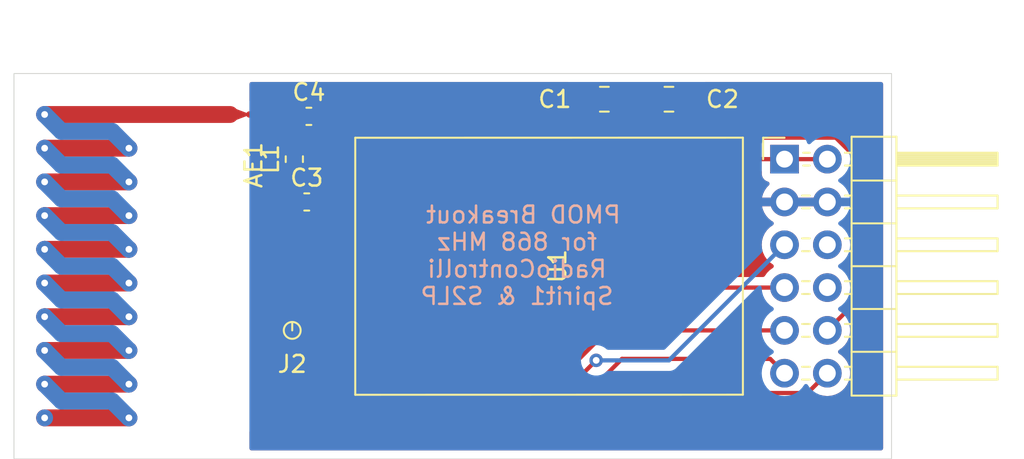
<source format=kicad_pcb>
(kicad_pcb (version 20211014) (generator pcbnew)
  (layers (0 "F.Cu" signal) (31 "B.Cu" signal) (34 "B.Paste" user) (35 "F.Paste" user) (36 "B.SilkS" user "B.Silkscreen") (37 "F.SilkS" user "F.Silkscreen") (38 "B.Mask" user) (39 "F.Mask" user) (44 "Edge.Cuts" user))
  (net 0 "")
  (net 1 "GND")
  (net 2 "nRESET")
  (net 3 "nCS")
  (net 4 "SCK")
  (net 5 "MOSI")
  (net 6 "MISO")
  (net 7 "VCC")
  (net 13 "IRQ")
  (net 14 "Net-(AE1-Pad1)")
  (net 15 "Net-(C3-Pad1)")
  (footprint "Connector_PinHeader_2.54mm:PinHeader_2x06_P2.54mm_Horizontal" (layer "F.Cu") (at 149.86 43.18)
    (fp_text reference "J1" hide)
    (fp_text value "Conn_02x06_Odd_Even")
    (fp_line (start 1.042929 7.24) (end 1.497071 7.24) (layer "F.SilkS") (width 0.12))
    (fp_line (start 12.64 -0.38) (end 12.64 0.38) (layer "F.SilkS") (width 0.12))
    (fp_line (start 6.64 0.04) (end 12.64 0.04) (layer "F.SilkS") (width 0.12))
    (fp_line (start 6.64 -0.32) (end 12.64 -0.32) (layer "F.SilkS") (width 0.12))
    (fp_line (start 3.98 -1.33) (end 3.98 14.03) (layer "F.SilkS") (width 0.12))
    (fp_line (start -1.27 -1.27) (end 0 -1.27) (layer "F.SilkS") (width 0.12))
    (fp_line (start 6.64 -0.08) (end 12.64 -0.08) (layer "F.SilkS") (width 0.12))
    (fp_line (start 1.042929 12.32) (end 1.497071 12.32) (layer "F.SilkS") (width 0.12))
    (fp_line (start 6.64 0.28) (end 12.64 0.28) (layer "F.SilkS") (width 0.12))
    (fp_line (start 3.582929 4.7) (end 3.98 4.7) (layer "F.SilkS") (width 0.12))
    (fp_line (start 12.64 2.92) (end 6.64 2.92) (layer "F.SilkS") (width 0.12))
    (fp_line (start 3.582929 0.38) (end 3.98 0.38) (layer "F.SilkS") (width 0.12))
    (fp_line (start 3.582929 2.16) (end 3.98 2.16) (layer "F.SilkS") (width 0.12))
    (fp_line (start 3.582929 8) (end 3.98 8) (layer "F.SilkS") (width 0.12))
    (fp_line (start 3.98 6.35) (end 6.64 6.35) (layer "F.SilkS") (width 0.12))
    (fp_line (start -1.27 0) (end -1.27 -1.27) (layer "F.SilkS") (width 0.12))
    (fp_line (start 3.582929 12.32) (end 3.98 12.32) (layer "F.SilkS") (width 0.12))
    (fp_line (start 3.98 11.43) (end 6.64 11.43) (layer "F.SilkS") (width 0.12))
    (fp_line (start 3.582929 5.46) (end 3.98 5.46) (layer "F.SilkS") (width 0.12))
    (fp_line (start 1.042929 2.16) (end 1.497071 2.16) (layer "F.SilkS") (width 0.12))
    (fp_line (start 3.582929 -0.38) (end 3.98 -0.38) (layer "F.SilkS") (width 0.12))
    (fp_line (start 6.64 -0.2) (end 12.64 -0.2) (layer "F.SilkS") (width 0.12))
    (fp_line (start 12.64 4.7) (end 12.64 5.46) (layer "F.SilkS") (width 0.12))
    (fp_line (start 12.64 5.46) (end 6.64 5.46) (layer "F.SilkS") (width 0.12))
    (fp_line (start 1.042929 9.78) (end 1.497071 9.78) (layer "F.SilkS") (width 0.12))
    (fp_line (start 6.64 -1.33) (end 3.98 -1.33) (layer "F.SilkS") (width 0.12))
    (fp_line (start 1.042929 5.46) (end 1.497071 5.46) (layer "F.SilkS") (width 0.12))
    (fp_line (start 3.582929 2.92) (end 3.98 2.92) (layer "F.SilkS") (width 0.12))
    (fp_line (start 3.98 8.89) (end 6.64 8.89) (layer "F.SilkS") (width 0.12))
    (fp_line (start 12.64 0.38) (end 6.64 0.38) (layer "F.SilkS") (width 0.12))
    (fp_line (start 6.64 7.24) (end 12.64 7.24) (layer "F.SilkS") (width 0.12))
    (fp_line (start 1.042929 13.08) (end 1.497071 13.08) (layer "F.SilkS") (width 0.12))
    (fp_line (start 6.64 4.7) (end 12.64 4.7) (layer "F.SilkS") (width 0.12))
    (fp_line (start 3.582929 7.24) (end 3.98 7.24) (layer "F.SilkS") (width 0.12))
    (fp_line (start 1.042929 2.92) (end 1.497071 2.92) (layer "F.SilkS") (width 0.12))
    (fp_line (start 3.98 14.03) (end 6.64 14.03) (layer "F.SilkS") (width 0.12))
    (fp_line (start 6.64 2.16) (end 12.64 2.16) (layer "F.SilkS") (width 0.12))
    (fp_line (start 3.582929 9.78) (end 3.98 9.78) (layer "F.SilkS") (width 0.12))
    (fp_line (start 1.042929 8) (end 1.497071 8) (layer "F.SilkS") (width 0.12))
    (fp_line (start 6.64 14.03) (end 6.64 -1.33) (layer "F.SilkS") (width 0.12))
    (fp_line (start 1.042929 10.54) (end 1.497071 10.54) (layer "F.SilkS") (width 0.12))
    (fp_line (start 1.11 0.38) (end 1.497071 0.38) (layer "F.SilkS") (width 0.12))
    (fp_line (start 6.64 0.16) (end 12.64 0.16) (layer "F.SilkS") (width 0.12))
    (fp_line (start 12.64 10.54) (end 6.64 10.54) (layer "F.SilkS") (width 0.12))
    (fp_line (start 12.64 9.78) (end 12.64 10.54) (layer "F.SilkS") (width 0.12))
    (fp_line (start 12.64 7.24) (end 12.64 8) (layer "F.SilkS") (width 0.12))
    (fp_line (start 3.582929 10.54) (end 3.98 10.54) (layer "F.SilkS") (width 0.12))
    (fp_line (start 3.582929 13.08) (end 3.98 13.08) (layer "F.SilkS") (width 0.12))
    (fp_line (start 6.64 12.32) (end 12.64 12.32) (layer "F.SilkS") (width 0.12))
    (fp_line (start 12.64 2.16) (end 12.64 2.92) (layer "F.SilkS") (width 0.12))
    (fp_line (start 3.98 1.27) (end 6.64 1.27) (layer "F.SilkS") (width 0.12))
    (fp_line (start 12.64 8) (end 6.64 8) (layer "F.SilkS") (width 0.12))
    (fp_line (start 6.64 -0.38) (end 12.64 -0.38) (layer "F.SilkS") (width 0.12))
    (fp_line (start 12.64 13.08) (end 6.64 13.08) (layer "F.SilkS") (width 0.12))
    (fp_line (start 1.042929 4.7) (end 1.497071 4.7) (layer "F.SilkS") (width 0.12))
    (fp_line (start 3.98 3.81) (end 6.64 3.81) (layer "F.SilkS") (width 0.12))
    (fp_line (start 12.64 12.32) (end 12.64 13.08) (layer "F.SilkS") (width 0.12))
    (fp_line (start 6.64 9.78) (end 12.64 9.78) (layer "F.SilkS") (width 0.12))
    (fp_line (start 1.11 -0.38) (end 1.497071 -0.38) (layer "F.SilkS") (width 0.12))
    (pad "1" thru_hole rect locked (at 0 0) (size 1.7 1.7) (drill 1) (layers *.Cu *.Mask) (net 7 "VCC"))
    (pad "2" thru_hole oval locked (at 2.54 0) (size 1.7 1.7) (drill 1) (layers *.Cu *.Mask) (net 7 "VCC"))
    (pad "3" thru_hole oval locked (at 0 2.54) (size 1.7 1.7) (drill 1) (layers *.Cu *.Mask) (net 1 "GND"))
    (pad "4" thru_hole oval locked (at 2.54 2.54) (size 1.7 1.7) (drill 1) (layers *.Cu *.Mask) (net 1 "GND"))
    (pad "5" thru_hole oval locked (at 0 5.08) (size 1.7 1.7) (drill 1) (layers *.Cu *.Mask) (net 4 "SCK"))
    (pad "6" thru_hole oval locked (at 2.54 5.08) (size 1.7 1.7) (drill 1) (layers *.Cu *.Mask))
    (pad "7" thru_hole oval locked (at 0 7.62) (size 1.7 1.7) (drill 1) (layers *.Cu *.Mask) (net 6 "MISO"))
    (pad "8" thru_hole oval locked (at 2.54 7.62) (size 1.7 1.7) (drill 1) (layers *.Cu *.Mask))
    (pad "9" thru_hole oval locked (at 0 10.16) (size 1.7 1.7) (drill 1) (layers *.Cu *.Mask) (net 5 "MOSI"))
    (pad "10" thru_hole oval locked (at 2.54 10.16) (size 1.7 1.7) (drill 1) (layers *.Cu *.Mask) (net 2 "nRESET"))
    (pad "11" thru_hole oval locked (at 0 12.7) (size 1.7 1.7) (drill 1) (layers *.Cu *.Mask) (net 3 "nCS"))
    (pad "12" thru_hole oval locked (at 2.54 12.7) (size 1.7 1.7) (drill 1) (layers *.Cu *.Mask) (net 13 "IRQ"))
  )
  (footprint "Capacitor_SMD:C_0603_1608Metric_Pad1.08x0.95mm_HandSolder" (layer "F.Cu") (at 121.5125 45.72)
    (fp_text reference "C3" (at 0 -1.43) (layer "F.SilkS"))
    (fp_text value "C_Small")
    (fp_line (start -0.146267 0.51) (end 0.146267 0.51) (layer "F.SilkS") (width 0.12))
    (fp_line (start -0.146267 -0.51) (end 0.146267 -0.51) (layer "F.SilkS") (width 0.12))
    (pad "1" smd roundrect (at -0.8625 0) (size 1.075 0.95) (layers "F.Cu" "F.Paste" "F.Mask") (net 15 "Net-(C3-Pad1)"))
    (pad "2" smd roundrect (at 0.8625 0) (size 1.075 0.95) (layers "F.Cu" "F.Paste" "F.Mask") (net 1 "GND"))
  )
  (footprint "Capacitor_SMD:C_0805_2012Metric_Pad1.18x1.45mm_HandSolder" (layer "F.Cu") (at 139.1705 39.624 180)
    (fp_text reference "C1" (at 2.9425 0) (layer "F.SilkS"))
    (fp_text value "C_Small")
    (fp_line (start -0.261252 0.735) (end 0.261252 0.735) (layer "F.SilkS") (width 0.12))
    (fp_line (start -0.261252 -0.735) (end 0.261252 -0.735) (layer "F.SilkS") (width 0.12))
    (pad "1" smd roundrect (at -1.0375 0 180) (size 1.175 1.45) (layers "F.Cu" "F.Paste" "F.Mask") (roundrect_rratio 0.212766) (net 7 "VCC"))
    (pad "2" smd roundrect (at 1.0375 0 180) (size 1.175 1.45) (layers "F.Cu" "F.Paste" "F.Mask") (roundrect_rratio 0.212766) (net 1 "GND"))
  )
  (footprint "Inductor_SMD:L_0603_1608Metric_Pad1.05x0.95mm_HandSolder" (layer "F.Cu") (at 120.775 43.18 90)
    (fp_text reference "L1" (at 0 -1.43 90) (layer "F.SilkS"))
    (fp_text value "L_Small")
    (fp_line (start -0.171267 0.51) (end 0.171267 0.51) (layer "F.SilkS") (width 0.12))
    (fp_line (start -0.171267 -0.51) (end 0.171267 -0.51) (layer "F.SilkS") (width 0.12))
    (pad "1" smd roundrect (at -0.875 0 90) (size 1.05 0.95) (layers "F.Cu" "F.Paste" "F.Mask") (net 15 "Net-(C3-Pad1)"))
    (pad "2" smd roundrect (at 0.875 0 90) (size 1.05 0.95) (layers "F.Cu" "F.Paste" "F.Mask") (net 14 "Net-(AE1-Pad1)"))
  )
  (footprint "Capacitor_SMD:C_0603_1608Metric_Pad1.08x0.95mm_HandSolder" (layer "F.Cu") (at 121.6375 40.64)
    (fp_text reference "C4" (at 0 -1.43) (layer "F.SilkS"))
    (fp_text value "C_Small")
    (fp_line (start -0.146267 0.51) (end 0.146267 0.51) (layer "F.SilkS") (width 0.12))
    (fp_line (start -0.146267 -0.51) (end 0.146267 -0.51) (layer "F.SilkS") (width 0.12))
    (pad "1" smd roundrect (at -0.8625 0) (size 1.075 0.95) (layers "F.Cu" "F.Paste" "F.Mask") (net 14 "Net-(AE1-Pad1)"))
    (pad "2" smd roundrect (at 0.8625 0) (size 1.075 0.95) (layers "F.Cu" "F.Paste" "F.Mask") (net 1 "GND"))
  )
  (footprint "AvS_Antenna:HC-RF-IPEX2020-04" (layer "F.Cu") (at 120.65 53.34 180)
    (fp_text reference "J2" (at 0 -2 unlocked) (layer "F.SilkS"))
    (fp_text value "Conn_Coaxial")
    (fp_line (start 0 0.5) (end 0 0) (layer "F.SilkS") (width 0.12))
    (fp_circle (center 0 0) (end 0 -0.5) (layer "F.SilkS") (width 0.12) (fill none))
    (pad "1" smd roundrect (at 0 0.975 180) (size 0.55 0.6) (layers "F.Cu" "F.Paste" "F.Mask") (net 15 "Net-(C3-Pad1)"))
    (pad "2" smd roundrect (at 2 0 180) (size 1 1.58) (layers "F.Cu" "F.Paste" "F.Mask") (net 1 "GND"))
    (pad "2" smd roundrect (at 0 -1 180) (size 0.5 0.5) (layers "F.Cu" "F.Paste" "F.Mask") (net 1 "GND"))
    (pad "2" smd roundrect (at -2 0 180) (size 1 1.58) (layers "F.Cu" "F.Paste" "F.Mask") (net 1 "GND"))
  )
  (footprint "AvS_Antenna:Texas_SWRA416_868MHz_915MHz_Right" (layer "F.Cu") (at 111.76 49.53 90)
    (fp_text reference "AE1" (at 6 6.6 90) (layer "F.SilkS"))
    (fp_text value "Antenna")
    (fp_line (start -7 -5.8) (end -7 -0.8) (layer "F.Cu") (width 1))
    (fp_line (start 3 -5.8) (end 3 -0.8) (layer "F.Cu") (width 1))
    (fp_line (start 1 -5.8) (end 1 -0.8) (layer "F.Cu") (width 1))
    (fp_line (start -9 -5.8) (end -9 -0.8) (layer "F.Cu") (width 1))
    (fp_line (start 9 5.2) (end 9 -5.8) (layer "F.Cu") (width 1))
    (fp_line (start -5 -5.8) (end -5 -0.8) (layer "F.Cu") (width 1))
    (fp_line (start -3 -5.8) (end -3 -0.8) (layer "F.Cu") (width 1))
    (fp_line (start -1 -5.8) (end -1 -0.8) (layer "F.Cu") (width 1))
    (fp_line (start 7 -5.8) (end 7 -0.8) (layer "F.Cu") (width 1))
    (fp_line (start 5 -5.8) (end 5 -0.8) (layer "F.Cu") (width 1))
    (fp_line (start -6 -4.8) (end -6 -1.8) (layer "B.Cu") (width 1))
    (fp_line (start 0 -1.8) (end -1 -0.8) (layer "B.Cu") (width 1))
    (fp_line (start 9 -5.8) (end 8 -4.8) (layer "B.Cu") (width 1))
    (fp_line (start -1 -5.8) (end -2 -4.8) (layer "B.Cu") (width 1))
    (fp_line (start 7 -5.8) (end 6 -4.8) (layer "B.Cu") (width 1))
    (fp_line (start 0 -4.8) (end 0 -1.8) (layer "B.Cu") (width 1))
    (fp_line (start 6 -1.8) (end 5 -0.8) (layer "B.Cu") (width 1))
    (fp_line (start -6 -1.8) (end -7 -0.8) (layer "B.Cu") (width 1))
    (fp_line (start -2 -1.8) (end -3 -0.8) (layer "B.Cu") (width 1))
    (fp_line (start -8 -4.8) (end -8 -1.8) (layer "B.Cu") (width 1))
    (fp_line (start 4 -1.8) (end 3 -0.8) (layer "B.Cu") (width 1))
    (fp_line (start 4 -4.8) (end 4 -1.8) (layer "B.Cu") (width 1))
    (fp_line (start 8 -4.8) (end 8 -1.8) (layer "B.Cu") (width 1))
    (fp_line (start -5 -5.8) (end -6 -4.8) (layer "B.Cu") (width 1))
    (fp_line (start 5 -5.8) (end 4 -4.8) (layer "B.Cu") (width 1))
    (fp_line (start 3 -5.8) (end 2 -4.8) (layer "B.Cu") (width 1))
    (fp_line (start -7 -5.8) (end -8 -4.8) (layer "B.Cu") (width 1))
    (fp_line (start -4 -1.8) (end -5 -0.8) (layer "B.Cu") (width 1))
    (fp_line (start -4 -4.8) (end -4 -1.8) (layer "B.Cu") (width 1))
    (fp_line (start -8 -1.8) (end -9 -0.8) (layer "B.Cu") (width 1))
    (fp_line (start 1 -5.8) (end 0 -4.8) (layer "B.Cu") (width 1))
    (fp_line (start 6 -4.8) (end 6 -1.8) (layer "B.Cu") (width 1))
    (fp_line (start 8 -1.8) (end 7 -0.8) (layer "B.Cu") (width 1))
    (fp_line (start 2 -1.8) (end 1 -0.8) (layer "B.Cu") (width 1))
    (fp_line (start 2 -4.8) (end 2 -1.8) (layer "B.Cu") (width 1))
    (fp_line (start -3 -5.8) (end -4 -4.8) (layer "B.Cu") (width 1))
    (fp_line (start -2 -4.8) (end -2 -1.8) (layer "B.Cu") (width 1))
    (pad "" thru_hole circle (at 1 -5.8 270) (size 1 1) (drill 0.4) (layers *.Cu))
    (pad "" thru_hole circle (at -3 -0.8 270) (size 1 1) (drill 0.4) (layers *.Cu))
    (pad "" thru_hole circle (at -7 -5.8 270) (size 1 1) (drill 0.4) (layers *.Cu))
    (pad "" thru_hole circle (at -9 -0.8 270) (size 1 1) (drill 0.4) (layers *.Cu))
    (pad "" thru_hole circle (at -9 -5.8 270) (size 1 1) (drill 0.4) (layers *.Cu))
    (pad "" thru_hole circle (at 7 -0.8 270) (size 1 1) (drill 0.4) (layers *.Cu))
    (pad "" thru_hole circle (at -1 -5.8 270) (size 1 1) (drill 0.4) (layers *.Cu))
    (pad "" thru_hole circle (at -1 -0.8 270) (size 1 1) (drill 0.4) (layers *.Cu))
    (pad "" thru_hole circle (at 1 -0.8 270) (size 1 1) (drill 0.4) (layers *.Cu))
    (pad "" thru_hole circle (at 7 -5.8 270) (size 1 1) (drill 0.4) (layers *.Cu))
    (pad "" thru_hole circle (at 5 -5.8 270) (size 1 1) (drill 0.4) (layers *.Cu))
    (pad "" thru_hole circle (at 3 -5.8 270) (size 1 1) (drill 0.4) (layers *.Cu))
    (pad "" thru_hole circle (at -3 -5.8 270) (size 1 1) (drill 0.4) (layers *.Cu))
    (pad "" thru_hole circle (at -5 -5.8 270) (size 1 1) (drill 0.4) (layers *.Cu))
    (pad "" thru_hole circle (at 3 -0.8 270) (size 1 1) (drill 0.4) (layers *.Cu))
    (pad "" thru_hole circle (at 9 -5.8 270) (size 1 1) (drill 0.4) (layers *.Cu))
    (pad "" thru_hole circle (at -5 -0.8 270) (size 1 1) (drill 0.4) (layers *.Cu))
    (pad "" thru_hole circle (at -7 -0.8 270) (size 1 1) (drill 0.4) (layers *.Cu))
    (pad "" thru_hole circle (at 5 -0.8 270) (size 1 1) (drill 0.4) (layers *.Cu))
    (pad "1" smd trapezoid (at 9 5.9 270) (size 0.4 0.8) (rect_delta 0 0.3) (layers "F.Cu") (net 14 "Net-(AE1-Pad1)"))
    (zone (net 0) (net_name "") (layer "F.Cu") (connect_pads (clearance 0)) (min_thickness 0.254)
      (keepout (tracks allowed) (vias allowed) (pads allowed) (copperpour not_allowed) (footprints not_allowed))
      (fill (thermal_gap 0.508) (thermal_bridge_width 0.508))
      (polygon (pts (xy 106.06 59.23) (xy 106.06 39.83) (xy 118.26 39.83) (xy 118.26 59.23)))
    )
  )
  (footprint "Capacitor_SMD:C_0805_2012Metric_Pad1.18x1.45mm_HandSolder" (layer "F.Cu") (at 143.002 39.624)
    (fp_text reference "C2" (at 3.175 0) (layer "F.SilkS"))
    (fp_text value "C_Small")
    (fp_line (start -0.261252 0.735) (end 0.261252 0.735) (layer "F.SilkS") (width 0.12))
    (fp_line (start -0.261252 -0.735) (end 0.261252 -0.735) (layer "F.SilkS") (width 0.12))
    (pad "1" smd roundrect (at -1.0375 0) (size 1.175 1.45) (layers "F.Cu" "F.Paste" "F.Mask") (roundrect_rratio 0.212766) (net 7 "VCC"))
    (pad "2" smd roundrect (at 1.0375 0) (size 1.175 1.45) (layers "F.Cu" "F.Paste" "F.Mask") (roundrect_rratio 0.212766) (net 1 "GND"))
  )
  (footprint "AvS_Modules:RadioControlli-Spirit" (layer "F.Cu") (at 135.89 49.53 90)
    (fp_text reference "U1" (at 0 0.5 90) (layer "F.SilkS"))
    (fp_text value "RadioControlli_Spirit")
    (fp_line (start 7.62 -11.5) (end 7.625 11.5) (layer "F.SilkS") (width 0.12))
    (fp_line (start -7.625 11.5) (end -7.63 -11.5) (layer "F.SilkS") (width 0.12))
    (fp_line (start -7.625 11.5) (end 7.625 11.5) (layer "F.SilkS") (width 0.12))
    (fp_line (start -7.63 -11.5) (end 7.62 -11.5) (layer "F.SilkS") (width 0.12))
    (pad "1" smd rect locked (at -7.625 -0.46 90) (size 1.8 0.9) (layers "F.Cu" "F.Paste" "F.Mask") (net 6 "MISO"))
    (pad "2" smd rect locked (at -7.625 0.81 90) (size 1.8 0.9) (layers "F.Cu" "F.Paste" "F.Mask") (net 5 "MOSI"))
    (pad "3" smd rect locked (at -7.625 2.08 90) (size 1.8 0.9) (layers "F.Cu" "F.Paste" "F.Mask") (net 4 "SCK"))
    (pad "4" smd rect locked (at -7.625 3.35 90) (size 1.8 0.9) (layers "F.Cu" "F.Paste" "F.Mask") (net 3 "nCS"))
    (pad "5" smd rect locked (at -7.625 4.62 90) (size 1.8 0.9) (layers "F.Cu" "F.Paste" "F.Mask") (net 13 "IRQ"))
    (pad "6" smd rect locked (at -7.625 5.89 90) (size 1.8 0.9) (layers "F.Cu" "F.Paste" "F.Mask"))
    (pad "7" smd rect locked (at -7.625 7.16 90) (size 1.8 0.9) (layers "F.Cu" "F.Paste" "F.Mask"))
    (pad "8" smd rect locked (at -7.625 8.43 90) (size 1.8 0.9) (layers "F.Cu" "F.Paste" "F.Mask"))
    (pad "9" smd rect locked (at -7.625 9.7 90) (size 1.8 0.9) (layers "F.Cu" "F.Paste" "F.Mask") (net 1 "GND"))
    (pad "10" smd rect locked (at 7.625 9.7 90) (size 1.8 0.9) (layers "F.Cu" "F.Paste" "F.Mask") (net 2 "nRESET"))
    (pad "11" smd rect locked (at 7.625 8.43 90) (size 1.8 0.9) (layers "F.Cu" "F.Paste" "F.Mask") (net 1 "GND"))
    (pad "12" smd rect locked (at 7.625 7.16 90) (size 1.8 0.9) (layers "F.Cu" "F.Paste" "F.Mask") (net 1 "GND"))
    (pad "13" smd rect locked (at 7.625 5.89 90) (size 1.8 0.9) (layers "F.Cu" "F.Paste" "F.Mask") (net 7 "VCC"))
    (pad "14" smd rect locked (at 7.625 4.62 90) (size 1.8 0.9) (layers "F.Cu" "F.Paste" "F.Mask") (net 7 "VCC"))
    (pad "15" smd rect locked (at 7.625 3.35 90) (size 1.8 0.9) (layers "F.Cu" "F.Paste" "F.Mask") (net 1 "GND"))
    (pad "16" smd rect locked (at 7.625 2.08 90) (size 1.8 0.9) (layers "F.Cu" "F.Paste" "F.Mask") (net 1 "GND"))
    (pad "17" smd rect locked (at 7.625 0.81 90) (size 1.8 0.9) (layers "F.Cu" "F.Paste" "F.Mask") (net 1 "GND"))
    (pad "18" smd rect locked (at 7.625 -0.46 90) (size 1.8 0.9) (layers "F.Cu" "F.Paste" "F.Mask") (net 1 "GND"))
    (pad "19" smd rect locked (at 1.275 -11.89 90) (size 0.9 3.6) (layers "F.Cu" "F.Paste" "F.Mask") (net 1 "GND"))
    (pad "20" smd rect locked (at 0.005 -11.89 90) (size 0.9 3.6) (layers "F.Cu" "F.Paste" "F.Mask") (net 15 "Net-(C3-Pad1)"))
    (pad "21" smd rect locked (at -1.265 -11.89 90) (size 0.9 3.6) (layers "F.Cu" "F.Paste" "F.Mask") (net 1 "GND"))
  )
  (gr_rect (start 104.14 38.1) (end 156.21 60.96) (layer "Edge.Cuts") (width 0.05) (fill none))
  (gr_text "PMOD Breakout \nfor 868 MHz\nRadioControlli\nSpirit1 & S2LP" (at 133.985 48.895) (layer "B.SilkS") (effects (font (size 1 1)) (justify mirror)))
  (segment (start 153.924 42.926) (end 153.924 51.816) (width 0.25) (layer "F.Cu") (net 2))
  (segment (start 153.924 51.816) (end 152.4 53.34) (width 0.25) (layer "F.Cu") (net 2))
  (segment (start 152.903 41.905) (end 153.924 42.926) (width 0.25) (layer "F.Cu") (net 2))
  (segment (start 145.59 41.905) (end 152.903 41.905) (width 0.25) (layer "F.Cu") (net 2))
  (segment (start 140.215 55.03) (end 139.24 56.005) (width 0.25) (layer "F.Cu") (net 3))
  (segment (start 139.365 55.88) (end 139.24 56.005) (width 0.25) (layer "F.Cu") (net 3))
  (segment (start 149.01 55.03) (end 140.215 55.03) (width 0.25) (layer "F.Cu") (net 3))
  (segment (start 149.86 55.88) (end 149.01 55.03) (width 0.25) (layer "F.Cu") (net 3))
  (segment (start 139.24 56.005) (end 139.24 57.155) (width 0.25) (layer "F.Cu") (net 3))
  (segment (start 137.97 57.155) (end 137.97 55.832) (width 0.25) (layer "F.Cu") (net 4))
  (segment (start 137.97 55.832) (end 138.684 55.118) (width 0.25) (layer "F.Cu") (net 4))
  (via (at 138.684 55.118) (size 0.8) (drill 0.4) (layers "F.Cu" "B.Cu") (net 4))
  (segment (start 143.002 55.118) (end 149.86 48.26) (width 0.25) (layer "B.Cu") (net 4))
  (segment (start 138.684 55.118) (end 143.002 55.118) (width 0.25) (layer "B.Cu") (net 4))
  (segment (start 136.7 56.005) (end 139.365 53.34) (width 0.25) (layer "F.Cu") (net 5))
  (segment (start 136.7 57.155) (end 136.7 56.005) (width 0.25) (layer "F.Cu") (net 5))
  (segment (start 139.365 53.34) (end 149.86 53.34) (width 0.25) (layer "F.Cu") (net 5))
  (segment (start 140.635 50.8) (end 149.86 50.8) (width 0.25) (layer "F.Cu") (net 6))
  (segment (start 135.43 57.155) (end 135.43 56.005) (width 0.25) (layer "F.Cu") (net 6))
  (segment (start 135.43 56.005) (end 140.635 50.8) (width 0.25) (layer "F.Cu") (net 6))
  (segment (start 141.78 41.905) (end 141.78 43.055) (width 0.25) (layer "F.Cu") (net 7))
  (segment (start 141.78 43.055) (end 141.905 43.18) (width 0.25) (layer "F.Cu") (net 7))
  (segment (start 140.208 39.624) (end 140.208 41.603) (width 0.25) (layer "F.Cu") (net 7))
  (segment (start 149.86 43.18) (end 152.4 43.18) (width 0.25) (layer "F.Cu") (net 7))
  (segment (start 141.905 43.18) (end 149.86 43.18) (width 0.25) (layer "F.Cu") (net 7))
  (segment (start 141.78 39.8085) (end 141.9645 39.624) (width 0.25) (layer "F.Cu") (net 7))
  (segment (start 140.208 41.603) (end 140.51 41.905) (width 0.25) (layer "F.Cu") (net 7))
  (segment (start 141.78 41.905) (end 141.78 39.8085) (width 0.25) (layer "F.Cu") (net 7))
  (segment (start 141.9645 39.624) (end 140.208 39.624) (width 0.25) (layer "F.Cu") (net 7))
  (segment (start 140.635 55.88) (end 146.315 55.88) (width 0.25) (layer "F.Cu") (net 13))
  (segment (start 140.51 57.155) (end 140.51 56.005) (width 0.25) (layer "F.Cu") (net 13))
  (segment (start 146.315 55.88) (end 147.49 57.055) (width 0.25) (layer "F.Cu") (net 13))
  (segment (start 151.225 57.055) (end 152.4 55.88) (width 0.25) (layer "F.Cu") (net 13))
  (segment (start 140.51 56.005) (end 140.635 55.88) (width 0.25) (layer "F.Cu") (net 13))
  (segment (start 147.49 57.055) (end 151.225 57.055) (width 0.25) (layer "F.Cu") (net 13))
  (segment (start 120.665 40.53) (end 120.775 40.64) (width 0.38) (layer "F.Cu") (net 14))
  (segment (start 120.775 42.305) (end 120.775 40.64) (width 0.38) (layer "F.Cu") (net 14))
  (segment (start 118.11 40.53) (end 120.665 40.53) (width 0.38) (layer "F.Cu") (net 14))
  (segment (start 120.65 44.18) (end 120.775 44.055) (width 0.25) (layer "F.Cu") (net 15))
  (segment (start 120.65 48.225) (end 120.65 45.72) (width 0.25) (layer "F.Cu") (net 15))
  (segment (start 121.95 49.525) (end 120.65 48.225) (width 0.25) (layer "F.Cu") (net 15))
  (segment (start 121.925 49.525) (end 124 49.525) (width 0.25) (layer "F.Cu") (net 15))
  (segment (start 120.65 45.72) (end 120.65 44.18) (width 0.25) (layer "F.Cu") (net 15))
  (segment (start 124 49.525) (end 121.95 49.525) (width 0.25) (layer "F.Cu") (net 15))
  (segment (start 120.65 50.8) (end 121.925 49.525) (width 0.25) (layer "F.Cu") (net 15))
  (segment (start 120.65 52.365) (end 120.65 50.8) (width 0.25) (layer "F.Cu") (net 15))
  (zone (net 1) (net_name "GND") (layers F&B.Cu) (connect_pads (clearance 0.5)) (min_thickness 0.254) (fill yes (thermal_gap 0.508) (thermal_bridge_width 0.508))
    (polygon (pts (xy 157.48 60.96) (xy 118.11 60.96) (xy 118.11 38.1) (xy 157.48 38.1)))
  )
)
</source>
